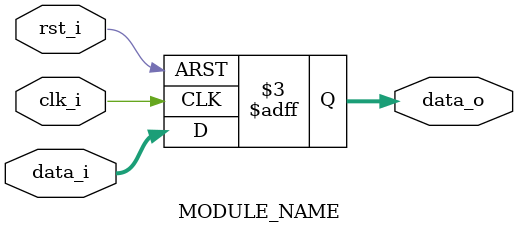
<source format=v>
/**
 * \file      test_module
 *
 * \project   test_project
 *
 * \langv     Verilog-2005
 *
 * \brief     TODO
 *
 * \details   -
 *
 * \bug       -
 *
 * \see       -
 *
 * \copyright GPLv2
 *
 * Revision history:
 *
 * \version   0.1
 * \date      2015-06-07
 * \author    Andreas Mueller
**/

module MODULE_NAME
#(
    parameter PARAM1 = 0,
    parameter PARAM2 = 8
)
(
    input wire clk_i,
    input wire rst_i,
    input wire[PARAM2-1:0] data_i,
    output reg[PARAM2-1:0] data_o
);

/*
 * Purpose of the following always block.
**/
always@(posedge clk_i or posedge rst_i)
begin
    if (rst_i == 1'b1)
        data_o <= 'b0;
    else
        data_o <= data_i;
end

endmodule


</source>
